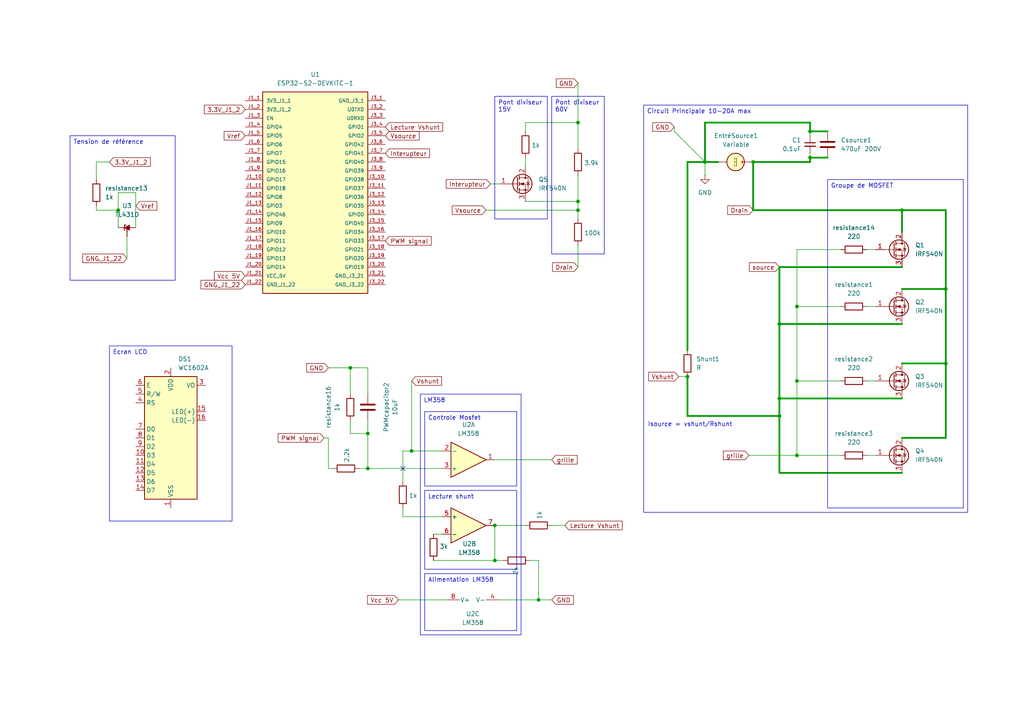
<source format=kicad_sch>
(kicad_sch (version 20250114) (generator "eeschema") (generator_version "9.0")
  (paper "A4")
  (lib_symbols
    (symbol "Amplifier_Operational:LM358" (pin_names (offset 0.127))
      (property "Reference" "U" (at 0 5.08 0))
      (property "Value" "LM358" (at 0 -5.08 0))
      (symbol "LM358_1_1"
        (polyline (pts (xy -5.08 5.08) (xy 5.08 0) (xy -5.08 -5.08) (xy -5.08 5.08)) (stroke (width 0.254)) (fill (type background)))
        (pin input line (at -7.62 2.54 0) (length 2.54) (name "+") (number "3"))
        (pin input line (at -7.62 -2.54 0) (length 2.54) (name "-") (number "2"))
        (pin output line (at 7.62 0 180) (length 2.54) (name "~") (number "1"))
      )
      (symbol "LM358_2_1"
        (polyline (pts (xy -5.08 5.08) (xy 5.08 0) (xy -5.08 -5.08) (xy -5.08 5.08)) (stroke (width 0.254)) (fill (type background)))
        (pin input line (at -7.62 2.54 0) (length 2.54) (name "+") (number "5"))
        (pin input line (at -7.62 -2.54 0) (length 2.54) (name "-") (number "6"))
        (pin output line (at 7.62 0 180) (length 2.54) (name "~") (number "7"))
      )
      (symbol "LM358_3_1"
        (pin power_in line (at -2.54 7.62 270) (length 3.81) (name "V+") (number "8"))
        (pin power_in line (at -2.54 -7.62 90) (length 3.81) (name "V-") (number "4"))
      )
    )
    (symbol "Device:C" (pin_numbers (hide yes)) (pin_names (offset 0.254))
      (property "Reference" "C" (at 0.635 2.54 0))
      (property "Value" "C" (at 0.635 -2.54 0))
      (symbol "C_0_1"
        (polyline (pts (xy -2.032 0.762) (xy 2.032 0.762)) (stroke (width 0.508)))
        (polyline (pts (xy -2.032 -0.762) (xy 2.032 -0.762)) (stroke (width 0.508)))
      )
      (symbol "C_1_1"
        (pin passive line (at 0 3.81 270) (length 2.794) (name "~") (number "1"))
        (pin passive line (at 0 -3.81 90) (length 2.794) (name "~") (number "2"))
      )
    )
    (symbol "Device:C_Small" (pin_numbers (hide yes)) (pin_names (offset 0.254) (hide yes))
      (property "Reference" "C" (at 0.254 1.778 0))
      (property "Value" "C_Small" (at 0.254 -2.032 0))
      (symbol "C_Small_0_1"
        (polyline (pts (xy -1.524 0.508) (xy 1.524 0.508)) (stroke (width 0.3048)))
        (polyline (pts (xy -1.524 -0.508) (xy 1.524 -0.508)) (stroke (width 0.3302)))
      )
      (symbol "C_Small_1_1"
        (pin passive line (at 0 2.54 270) (length 2.032) (name "~") (number "1"))
        (pin passive line (at 0 -2.54 90) (length 2.032) (name "~") (number "2"))
      )
    )
    (symbol "Device:R" (pin_numbers (hide yes)) (pin_names (offset 0))
      (property "Reference" "R" (at 2.032 0 90))
      (property "Value" "R" (at 0 0 90))
      (symbol "R_0_1"
        (rectangle (start -1.016 -2.54) (end 1.016 2.54) (stroke (width 0.254)))
      )
      (symbol "R_1_1"
        (pin passive line (at 0 3.81 270) (length 1.27) (name "~") (number "1"))
        (pin passive line (at 0 -3.81 90) (length 1.27) (name "~") (number "2"))
      )
    )
    (symbol "Display_Character:WC1602A"
      (property "Reference" "DS" (at -5.842 19.05 0))
      (property "Value" "WC1602A" (at 5.334 19.05 0))
      (symbol "WC1602A_1_1"
        (rectangle (start -7.62 17.78) (end 7.62 -17.78) (stroke (width 0.254)) (fill (type background)))
        (pin input line (at -10.16 15.24 0) (length 2.54) (name "E") (number "6"))
        (pin input line (at -10.16 12.7 0) (length 2.54) (name "R/W") (number "5"))
        (pin input line (at -10.16 10.16 0) (length 2.54) (name "RS") (number "4"))
        (pin input line (at -10.16 2.54 0) (length 2.54) (name "D0") (number "7"))
        (pin input line (at -10.16 0 0) (length 2.54) (name "D1") (number "8"))
        (pin input line (at -10.16 -2.54 0) (length 2.54) (name "D2") (number "9"))
        (pin input line (at -10.16 -5.08 0) (length 2.54) (name "D3") (number "10"))
        (pin input line (at -10.16 -7.62 0) (length 2.54) (name "D4") (number "11"))
        (pin input line (at -10.16 -10.16 0) (length 2.54) (name "D5") (number "12"))
        (pin input line (at -10.16 -12.7 0) (length 2.54) (name "D6") (number "13"))
        (pin input line (at -10.16 -15.24 0) (length 2.54) (name "D7") (number "14"))
        (pin power_in line (at 0 20.32 270) (length 2.54) (name "VDD") (number "2"))
        (pin power_in line (at 0 -20.32 90) (length 2.54) (name "VSS") (number "1"))
        (pin input line (at 10.16 15.24 180) (length 2.54) (name "VO") (number "3"))
        (pin power_in line (at 10.16 7.62 180) (length 2.54) (name "LED(+)") (number "15"))
        (pin power_in line (at 10.16 5.08 180) (length 2.54) (name "LED(-)") (number "16"))
      )
    )
    (symbol "ESP32-S2-DEVKITC-1:ESP32-S2-DEVKITC-1" (pin_names (offset 1.016))
      (property "Reference" "U" (at -15.24 31.242 0))
      (property "Value" "ESP32-S2-DEVKITC-1" (at -15.24 -30.48 0))
      (symbol "ESP32-S2-DEVKITC-1_0_0"
        (rectangle (start -15.24 -27.94) (end 15.24 30.48) (stroke (width 0.254)) (fill (type background)))
        (pin power_in line (at -20.32 27.94 0) (length 5.08) (name "3V3_J1_1") (number "J1_1"))
        (pin power_in line (at -20.32 25.4 0) (length 5.08) (name "3V3_J1_2") (number "J1_2"))
        (pin input line (at -20.32 22.86 0) (length 5.08) (name "EN") (number "J1_3"))
        (pin bidirectional line (at -20.32 20.32 0) (length 5.08) (name "GPIO4") (number "J1_4"))
        (pin bidirectional line (at -20.32 17.78 0) (length 5.08) (name "GPIO5") (number "J1_5"))
        (pin bidirectional line (at -20.32 15.24 0) (length 5.08) (name "GPIO6") (number "J1_6"))
        (pin bidirectional line (at -20.32 12.7 0) (length 5.08) (name "GPIO7") (number "J1_7"))
        (pin bidirectional line (at -20.32 10.16 0) (length 5.08) (name "GPIO15") (number "J1_8"))
        (pin bidirectional line (at -20.32 7.62 0) (length 5.08) (name "GPIO16") (number "J1_9"))
        (pin bidirectional line (at -20.32 5.08 0) (length 5.08) (name "GPIO17") (number "J1_10"))
        (pin bidirectional line (at -20.32 2.54 0) (length 5.08) (name "GPIO18") (number "J1_11"))
        (pin bidirectional line (at -20.32 0 0) (length 5.08) (name "GPIO8") (number "J1_12"))
        (pin bidirectional line (at -20.32 -2.54 0) (length 5.08) (name "GPIO3") (number "J1_13"))
        (pin bidirectional line (at -20.32 -5.08 0) (length 5.08) (name "GPIO46") (number "J1_14"))
        (pin bidirectional line (at -20.32 -7.62 0) (length 5.08) (name "GPIO9") (number "J1_15"))
        (pin bidirectional line (at -20.32 -10.16 0) (length 5.08) (name "GPIO10") (number "J1_16"))
        (pin bidirectional line (at -20.32 -12.7 0) (length 5.08) (name "GPIO11") (number "J1_17"))
        (pin bidirectional line (at -20.32 -15.24 0) (length 5.08) (name "GPIO12") (number "J1_18"))
        (pin bidirectional line (at -20.32 -17.78 0) (length 5.08) (name "GPIO13") (number "J1_19"))
        (pin bidirectional line (at -20.32 -20.32 0) (length 5.08) (name "GPIO14") (number "J1_20"))
        (pin power_in line (at -20.32 -22.86 0) (length 5.08) (name "VCC_5V") (number "J1_21"))
        (pin power_in line (at -20.32 -25.4 0) (length 5.08) (name "GND_J1_22") (number "J1_22"))
        (pin power_in line (at 20.32 27.94 180) (length 5.08) (name "GND_J3_1") (number "J3_1"))
        (pin bidirectional line (at 20.32 25.4 180) (length 5.08) (name "U0TXD") (number "J3_2"))
        (pin bidirectional line (at 20.32 22.86 180) (length 5.08) (name "U0RXD") (number "J3_3"))
        (pin bidirectional line (at 20.32 20.32 180) (length 5.08) (name "GPIO1") (number "J3_4"))
        (pin bidirectional line (at 20.32 17.78 180) (length 5.08) (name "GPIO2") (number "J3_5"))
        (pin bidirectional line (at 20.32 15.24 180) (length 5.08) (name "GPIO42") (number "J3_6"))
        (pin bidirectional line (at 20.32 12.7 180) (length 5.08) (name "GPIO41") (number "J3_7"))
        (pin bidirectional line (at 20.32 10.16 180) (length 5.08) (name "GPIO40") (number "J3_8"))
        (pin bidirectional line (at 20.32 7.62 180) (length 5.08) (name "GPIO39") (number "J3_9"))
        (pin bidirectional line (at 20.32 5.08 180) (length 5.08) (name "GPIO38") (number "J3_10"))
        (pin bidirectional line (at 20.32 2.54 180) (length 5.08) (name "GPIO37") (number "J3_11"))
        (pin bidirectional line (at 20.32 0 180) (length 5.08) (name "GPIO36") (number "J3_12"))
        (pin bidirectional line (at 20.32 -2.54 180) (length 5.08) (name "GPIO35") (number "J3_13"))
        (pin bidirectional line (at 20.32 -5.08 180) (length 5.08) (name "GPIO0") (number "J3_14"))
        (pin bidirectional line (at 20.32 -7.62 180) (length 5.08) (name "GPIO45") (number "J3_15"))
        (pin bidirectional line (at 20.32 -10.16 180) (length 5.08) (name "GPIO34") (number "J3_16"))
        (pin bidirectional line (at 20.32 -12.7 180) (length 5.08) (name "GPIO33") (number "J3_17"))
        (pin bidirectional line (at 20.32 -15.24 180) (length 5.08) (name "GPIO21") (number "J3_18"))
        (pin bidirectional line (at 20.32 -17.78 180) (length 5.08) (name "GPIO20") (number "J3_19"))
        (pin bidirectional line (at 20.32 -20.32 180) (length 5.08) (name "GPIO19") (number "J3_20"))
        (pin power_in line (at 20.32 -22.86 180) (length 5.08) (name "GND_J3_21") (number "J3_21"))
        (pin power_in line (at 20.32 -25.4 180) (length 5.08) (name "GND_J3_22") (number "J3_22"))
      )
    )
    (symbol "Reference_Voltage:TL431D" (pin_numbers (hide yes)) (pin_names (hide yes))
      (property "Reference" "U" (at 0 -2.54 0))
      (property "Value" "TL431D" (at 0 -4.445 0))
      (symbol "TL431D_0_1"
        (polyline (pts (xy -1.27 0) (xy 0 0) (xy 1.27 0)))
        (polyline (pts (xy -0.762 -0.762) (xy -0.762 0.762) (xy -0.762 0.762) (xy 0.762 0) (xy -0.762 -0.762)) (fill (type outline)))
        (polyline (pts (xy 0.254 -0.762) (xy 0.762 -0.762) (xy 0.762 0.762) (xy 0.762 0.762)) (stroke (width 0.254)))
      )
      (symbol "TL431D_1_1"
        (polyline (pts (xy 0 1.27) (xy 0 0)))
        (pin passive line (at -2.54 0 0) (length 2.54) (name "A") (number "2"))
        (pin passive line (at -2.54 0 0) (length 2.54) (hide yes) (name "A") (number "3"))
        (pin passive line (at -2.54 0 0) (length 2.54) (hide yes) (name "A") (number "6"))
        (pin passive line (at -2.54 0 0) (length 2.54) (hide yes) (name "A") (number "7"))
        (pin passive line (at 0 2.54 270) (length 2.54) (name "REF") (number "8"))
        (pin passive line (at 2.54 0 180) (length 2.54) (name "K") (number "1"))
      )
    )
    (symbol "Simulation_SPICE:VDC" (pin_numbers (hide yes)) (pin_names (offset 0.0254))
      (property "Reference" "V" (at 2.54 2.54 0))
      (property "Value" "1" (at 2.54 0 0))
      (symbol "VDC_0_0"
        (polyline (pts (xy -1.27 0.254) (xy 1.27 0.254)))
        (polyline (pts (xy -0.762 -0.254) (xy -1.27 -0.254)))
        (polyline (pts (xy 0.254 -0.254) (xy -0.254 -0.254)))
        (polyline (pts (xy 1.27 -0.254) (xy 0.762 -0.254)))
        (text "+" (at 0 1.905 0) (effects (font (size 1.27 1.27))))
      )
      (symbol "VDC_0_1"
        (circle (center 0 0) (radius 2.54) (stroke (width 0.254)) (fill (type background)))
      )
      (symbol "VDC_1_1"
        (pin passive line (at 0 5.08 270) (length 2.54) (name "~") (number "1"))
        (pin passive line (at 0 -5.08 90) (length 2.54) (name "~") (number "2"))
      )
    )
    (symbol "Transistor_FET:IRF540N" (pin_names (hide yes))
      (property "Reference" "Q" (at 5.08 1.905 0))
      (property "Value" "IRF540N" (at 5.08 0 0))
      (symbol "IRF540N_0_1"
        (polyline (pts (xy 0.254 1.905) (xy 0.254 -1.905)) (stroke (width 0.254)))
        (polyline (pts (xy 0.254 0) (xy -2.54 0)))
        (polyline (pts (xy 0.762 2.286) (xy 0.762 1.27)) (stroke (width 0.254)))
        (polyline (pts (xy 0.762 0.508) (xy 0.762 -0.508)) (stroke (width 0.254)))
        (polyline (pts (xy 0.762 -1.27) (xy 0.762 -2.286)) (stroke (width 0.254)))
        (polyline (pts (xy 0.762 -1.778) (xy 3.302 -1.778) (xy 3.302 1.778) (xy 0.762 1.778)))
        (polyline (pts (xy 1.016 0) (xy 2.032 0.381) (xy 2.032 -0.381) (xy 1.016 0)) (fill (type outline)))
        (circle (center 1.651 0) (radius 2.794) (stroke (width 0.254)))
        (polyline (pts (xy 2.54 2.54) (xy 2.54 1.778)))
        (circle (center 2.54 1.778) (radius 0.254) (fill (type outline)))
        (circle (center 2.54 -1.778) (radius 0.254) (fill (type outline)))
        (polyline (pts (xy 2.54 -2.54) (xy 2.54 0) (xy 0.762 0)))
        (polyline (pts (xy 2.794 0.508) (xy 2.921 0.381) (xy 3.683 0.381) (xy 3.81 0.254)))
        (polyline (pts (xy 3.302 0.381) (xy 2.921 -0.254) (xy 3.683 -0.254) (xy 3.302 0.381)))
      )
      (symbol "IRF540N_1_1"
        (pin input line (at -5.08 0 0) (length 2.54) (name "G") (number "1"))
        (pin passive line (at 2.54 5.08 270) (length 2.54) (name "D") (number "2"))
        (pin passive line (at 2.54 -5.08 90) (length 2.54) (name "S") (number "3"))
      )
    )
    (symbol "power:GND" (power) (pin_numbers (hide yes)) (pin_names (offset 0) (hide yes))
      (property "Value" "GND" (at 0 -3.81 0))
      (symbol "GND_0_1"
        (polyline (pts (xy 0 0) (xy 0 -1.27) (xy 1.27 -1.27) (xy 0 -2.54) (xy -1.27 -1.27) (xy 0 -1.27)))
      )
      (symbol "GND_1_1"
        (pin power_in line (at 0 0 270) (length 0) (name "~") (number "1"))
      )
    )
  )
  (text "Isource = vshunt/Rshunt" (at 200.152 123.19 0) (effects (font (size 1.27 1.27))))
  (text_box "Circuit Principale 10-20A max " (at 186.69 30.48 0) (size 93.98 118.11) (margins 0.9525 0.9525 0.9525 0.9525) (effects (font (size 1.27 1.27)) (justify left top)))
  (text_box "Alimentation LM358" (at 123.19 166.37 0) (size 26.67 16.51) (margins 0.9525 0.9525 0.9525 0.9525) (effects (font (size 1.27 1.27)) (justify left top)))
  (text_box "Ecran LCD" (at 31.75 100.33 0) (size 35.56 50.8) (margins 0.9525 0.9525 0.9525 0.9525) (effects (font (size 1.27 1.27)) (justify left top)))
  (text_box "Pont diviseur 60V" (at 160.02 27.94 0) (size 15.24 45.72) (margins 0.9525 0.9525 0.9525 0.9525) (effects (font (size 1.27 1.27)) (justify left top)))
  (text_box "Groupe de MOSFET" (at 240.03 52.07 0) (size 39.37 95.25) (margins 0.9525 0.9525 0.9525 0.9525) (effects (font (size 1.27 1.27)) (justify left top)))
  (text_box "Controle Mosfet" (at 123.19 119.38 0) (size 26.67 21.59) (margins 0.9525 0.9525 0.9525 0.9525) (effects (font (size 1.27 1.27)) (justify left top)))
  (text_box "Pont diviseur 15V" (at 143.51 27.94 0) (size 15.24 35.56) (margins 0.9525 0.9525 0.9525 0.9525) (effects (font (size 1.27 1.27)) (justify left top)))
  (text_box "Lecture shunt" (at 123.19 142.24 0) (size 26.67 22.86) (margins 0.9525 0.9525 0.9525 0.9525) (effects (font (size 1.27 1.27)) (justify left top)))
  (text_box "Tension de référence" (at 20.32 39.37 0) (size 30.48 41.91) (margins 0.9525 0.9525 0.9525 0.9525) (effects (font (size 1.27 1.27)) (justify left top)))
  (text_box "LM358" (at 121.92 114.3 0) (size 29.21 69.85) (margins 0.9525 0.9525 0.9525 0.9525) (effects (font (size 1.27 1.27)) (justify left top)))
  (junction (at 143.51 152.4))
  (junction (at 204.47 46.99))
  (junction (at 234.95 38.1))
  (junction (at 226.06 93.98))
  (junction (at 199.39 109.22))
  (junction (at 261.62 60.96))
  (junction (at 231.14 132.08))
  (junction (at 167.64 60.96))
  (junction (at 218.44 46.99))
  (junction (at 34.29 60.96))
  (junction (at 167.64 35.56))
  (junction (at 234.95 45.72))
  (junction (at 156.21 173.99))
  (junction (at 274.32 83.82))
  (junction (at 226.06 120.65))
  (junction (at 143.51 162.56))
  (junction (at 167.64 58.42))
  (junction (at 231.14 110.49))
  (junction (at 231.14 88.9))
  (junction (at 226.06 115.57))
  (junction (at 106.68 135.89))
  (junction (at 119.38 130.81))
  (junction (at 101.6 106.68))
  (junction (at 274.32 105.41))
  (junction (at 106.68 125.73))
  (no_connect (at 116.84 135.89))
  (wire (pts (xy 39.37 66.04) (xy 39.37 55.88)))
  (wire (pts (xy 152.4 35.56) (xy 152.4 38.1)))
  (wire (pts (xy 261.62 83.82) (xy 274.32 83.82)) (stroke (width 0.508)))
  (wire (pts (xy 231.14 110.49) (xy 231.14 132.08)))
  (wire (pts (xy 125.73 162.56) (xy 143.51 162.56)))
  (wire (pts (xy 140.97 60.96) (xy 167.64 60.96)))
  (wire (pts (xy 231.14 88.9) (xy 243.84 88.9)))
  (wire (pts (xy 116.84 149.86) (xy 128.27 149.86)))
  (wire (pts (xy 217.17 132.08) (xy 231.14 132.08)))
  (wire (pts (xy 226.06 77.47) (xy 261.62 77.47)) (stroke (width 0.508)))
  (wire (pts (xy 167.64 60.96) (xy 167.64 63.5)))
  (wire (pts (xy 144.78 173.99) (xy 156.21 173.99)))
  (wire (pts (xy 116.84 130.81) (xy 116.84 139.7)))
  (wire (pts (xy 125.73 154.94) (xy 128.27 154.94)))
  (wire (pts (xy 152.4 35.56) (xy 167.64 35.56)))
  (wire (pts (xy 274.32 83.82) (xy 274.32 105.41)) (stroke (width 0.508)))
  (wire (pts (xy 95.25 127) (xy 95.25 135.89)))
  (wire (pts (xy 251.46 88.9) (xy 254 88.9)))
  (wire (pts (xy 31.75 46.99) (xy 27.94 46.99)))
  (wire (pts (xy 142.24 53.34) (xy 144.78 53.34)))
  (wire (pts (xy 199.39 120.65) (xy 226.06 120.65)) (stroke (width 0.508)))
  (wire (pts (xy 106.68 121.92) (xy 106.68 125.73)))
  (wire (pts (xy 152.4 58.42) (xy 167.64 58.42)))
  (wire (pts (xy 231.14 88.9) (xy 231.14 110.49)))
  (wire (pts (xy 199.39 46.99) (xy 199.39 101.6)) (stroke (width 0.508)))
  (wire (pts (xy 231.14 110.49) (xy 243.84 110.49)))
  (wire (pts (xy 274.32 60.96) (xy 274.32 83.82)) (stroke (width 0.508)))
  (wire (pts (xy 274.32 105.41) (xy 274.32 127)) (stroke (width 0.508)))
  (wire (pts (xy 27.94 59.69) (xy 27.94 60.96)))
  (wire (pts (xy 104.14 135.89) (xy 106.68 135.89)))
  (wire (pts (xy 234.95 44.45) (xy 234.95 45.72)))
  (wire (pts (xy 195.58 38.1) (xy 204.47 46.99)))
  (wire (pts (xy 153.67 162.56) (xy 156.21 162.56)))
  (wire (pts (xy 199.39 46.99) (xy 204.47 46.99)) (stroke (width 0.508)))
  (wire (pts (xy 36.83 68.58) (xy 36.83 74.93)))
  (wire (pts (xy 160.02 133.35) (xy 143.51 133.35)))
  (wire (pts (xy 226.06 93.98) (xy 226.06 115.57)) (stroke (width 0.508)))
  (wire (pts (xy 106.68 135.89) (xy 128.27 135.89)))
  (wire (pts (xy 119.38 130.81) (xy 128.27 130.81)))
  (wire (pts (xy 226.06 115.57) (xy 226.06 120.65)) (stroke (width 0.508)))
  (wire (pts (xy 95.25 135.89) (xy 96.52 135.89)))
  (wire (pts (xy 27.94 60.96) (xy 34.29 60.96)))
  (wire (pts (xy 167.64 24.13) (xy 167.64 35.56)))
  (wire (pts (xy 274.32 127) (xy 261.62 127)) (stroke (width 0.508)))
  (wire (pts (xy 261.62 105.41) (xy 274.32 105.41)) (stroke (width 0.508)))
  (wire (pts (xy 231.14 72.39) (xy 231.14 88.9)))
  (wire (pts (xy 234.95 38.1) (xy 234.95 39.37)))
  (wire (pts (xy 208.28 46.99) (xy 204.47 46.99)) (stroke (width 0.508)))
  (wire (pts (xy 204.47 35.56) (xy 234.95 35.56)) (stroke (width 0.508)))
  (wire (pts (xy 199.39 109.22) (xy 199.39 120.65)) (stroke (width 0.508)))
  (wire (pts (xy 167.64 71.12) (xy 167.64 77.47)))
  (wire (pts (xy 143.51 152.4) (xy 152.4 152.4)))
  (wire (pts (xy 167.64 35.56) (xy 167.64 43.18)))
  (wire (pts (xy 101.6 121.92) (xy 101.6 125.73)))
  (wire (pts (xy 34.29 55.88) (xy 34.29 60.96)))
  (wire (pts (xy 101.6 106.68) (xy 101.6 114.3)))
  (wire (pts (xy 116.84 130.81) (xy 119.38 130.81)))
  (wire (pts (xy 195.58 36.83) (xy 195.58 38.1)))
  (wire (pts (xy 101.6 106.68) (xy 106.68 106.68)))
  (wire (pts (xy 115.57 173.99) (xy 129.54 173.99)))
  (wire (pts (xy 95.25 106.68) (xy 101.6 106.68)))
  (wire (pts (xy 156.21 162.56) (xy 156.21 173.99)))
  (wire (pts (xy 218.44 60.96) (xy 261.62 60.96)) (stroke (width 0.508)))
  (wire (pts (xy 231.14 132.08) (xy 243.84 132.08)))
  (wire (pts (xy 116.84 147.32) (xy 116.84 149.86)))
  (wire (pts (xy 251.46 72.39) (xy 254 72.39)))
  (wire (pts (xy 143.51 162.56) (xy 146.05 162.56)))
  (wire (pts (xy 234.95 45.72) (xy 240.03 45.72)) (stroke (width 0.508)))
  (wire (pts (xy 196.85 109.22) (xy 199.39 109.22)))
  (wire (pts (xy 156.21 173.99) (xy 160.02 173.99)))
  (wire (pts (xy 27.94 46.99) (xy 27.94 52.07)))
  (wire (pts (xy 218.44 46.99) (xy 218.44 60.96)) (stroke (width 0.508)))
  (wire (pts (xy 251.46 132.08) (xy 254 132.08)))
  (wire (pts (xy 226.06 115.57) (xy 261.62 115.57)) (stroke (width 0.508)))
  (wire (pts (xy 167.64 50.8) (xy 167.64 58.42)))
  (wire (pts (xy 251.46 110.49) (xy 254 110.49)))
  (wire (pts (xy 204.47 35.56) (xy 204.47 46.99)) (stroke (width 0.508)))
  (wire (pts (xy 39.37 55.88) (xy 34.29 55.88)))
  (wire (pts (xy 218.44 46.99) (xy 234.95 46.99)) (stroke (width 0.508)))
  (wire (pts (xy 143.51 152.4) (xy 143.51 162.56)))
  (wire (pts (xy 101.6 125.73) (xy 106.68 125.73)))
  (wire (pts (xy 167.64 58.42) (xy 167.64 60.96)))
  (wire (pts (xy 234.95 35.56) (xy 234.95 38.1)) (stroke (width 0.508)))
  (wire (pts (xy 106.68 106.68) (xy 106.68 114.3)))
  (wire (pts (xy 226.06 77.47) (xy 226.06 93.98)) (stroke (width 0.508)))
  (wire (pts (xy 261.62 60.96) (xy 261.62 67.31)) (stroke (width 0.508)))
  (wire (pts (xy 234.95 46.99) (xy 234.95 45.72)) (stroke (width 0.508)))
  (wire (pts (xy 231.14 72.39) (xy 243.84 72.39)))
  (wire (pts (xy 163.83 152.4) (xy 160.02 152.4)))
  (wire (pts (xy 226.06 137.16) (xy 261.62 137.16)) (stroke (width 0.508)))
  (wire (pts (xy 226.06 93.98) (xy 261.62 93.98)) (stroke (width 0.508)))
  (wire (pts (xy 204.47 46.99) (xy 204.47 50.8)))
  (wire (pts (xy 274.32 60.96) (xy 261.62 60.96)) (stroke (width 0.508)))
  (wire (pts (xy 152.4 45.72) (xy 152.4 48.26)))
  (wire (pts (xy 93.98 127) (xy 95.25 127)))
  (wire (pts (xy 234.95 38.1) (xy 240.03 38.1)) (stroke (width 0.508)))
  (wire (pts (xy 226.06 120.65) (xy 226.06 137.16)) (stroke (width 0.508)))
  (wire (pts (xy 119.38 110.49) (xy 119.38 130.81)))
  (wire (pts (xy 34.29 60.96) (xy 34.29 66.04)))
  (wire (pts (xy 106.68 125.73) (xy 106.68 135.89)))
  (global_label "Vref" (shape input) (at 71.12 39.37 180) (property "Intersheetrefs" "${INTERSHEET_REFS}" (effects (hide yes))))
  (global_label "PWM signal" (shape input) (at 93.98 127 180) (property "Intersheetrefs" "${INTERSHEET_REFS}" (effects (hide yes))))
  (global_label "PWM signal" (shape input) (at 111.76 69.85 0) (property "Intersheetrefs" "${INTERSHEET_REFS}" (effects (hide yes))))
  (global_label "Vcc 5V" (shape input) (at 71.12 80.01 180) (property "Intersheetrefs" "${INTERSHEET_REFS}" (effects (hide yes))))
  (global_label "Drain" (shape input) (at 167.64 77.47 180) (property "Intersheetrefs" "${INTERSHEET_REFS}" (effects (hide yes))))
  (global_label "Vshunt" (shape input) (at 196.85 109.22 180) (property "Intersheetrefs" "${INTERSHEET_REFS}" (effects (hide yes))))
  (global_label "3.3V_J1_2" (shape input) (at 31.75 46.99 0) (property "Intersheetrefs" "${INTERSHEET_REFS}" (effects (hide yes))))
  (global_label "Interupteur" (shape input) (at 142.24 53.34 180) (property "Intersheetrefs" "${INTERSHEET_REFS}" (effects (hide yes))))
  (global_label "grille" (shape input) (at 217.17 132.08 180) (property "Intersheetrefs" "${INTERSHEET_REFS}" (effects (hide yes))))
  (global_label "GNG_J1_22" (shape input) (at 36.83 74.93 180) (property "Intersheetrefs" "${INTERSHEET_REFS}" (effects (hide yes))))
  (global_label "grille" (shape input) (at 160.02 133.35 0) (property "Intersheetrefs" "${INTERSHEET_REFS}" (effects (hide yes))))
  (global_label "Lecture Vshunt" (shape input) (at 163.83 152.4 0) (property "Intersheetrefs" "${INTERSHEET_REFS}" (effects (hide yes))))
  (global_label "Vref" (shape input) (at 39.37 59.69 0) (property "Intersheetrefs" "${INTERSHEET_REFS}" (effects (hide yes))))
  (global_label "GND" (shape input) (at 95.25 106.68 180) (property "Intersheetrefs" "${INTERSHEET_REFS}" (effects (hide yes))))
  (global_label "Drain" (shape input) (at 218.44 60.96 180) (property "Intersheetrefs" "${INTERSHEET_REFS}" (effects (hide yes))))
  (global_label "GND" (shape input) (at 167.64 24.13 180) (property "Intersheetrefs" "${INTERSHEET_REFS}" (effects (hide yes))))
  (global_label "Vsource" (shape input) (at 111.76 39.37 0) (property "Intersheetrefs" "${INTERSHEET_REFS}" (effects (hide yes))))
  (global_label "Vsource" (shape input) (at 140.97 60.96 180) (property "Intersheetrefs" "${INTERSHEET_REFS}" (effects (hide yes))))
  (global_label "Vshunt" (shape input) (at 119.38 110.49 0) (property "Intersheetrefs" "${INTERSHEET_REFS}" (effects (hide yes))))
  (global_label "Vcc 5V" (shape input) (at 115.57 173.99 180) (property "Intersheetrefs" "${INTERSHEET_REFS}" (effects (hide yes))))
  (global_label "Lecture Vshunt" (shape input) (at 111.76 36.83 0) (property "Intersheetrefs" "${INTERSHEET_REFS}" (effects (hide yes))))
  (global_label "GND" (shape input) (at 195.58 36.83 180) (property "Intersheetrefs" "${INTERSHEET_REFS}" (effects (hide yes))))
  (global_label "GNG_J1_22" (shape input) (at 71.12 82.55 180) (property "Intersheetrefs" "${INTERSHEET_REFS}" (effects (hide yes))))
  (global_label "GND" (shape input) (at 160.02 173.99 0) (property "Intersheetrefs" "${INTERSHEET_REFS}" (effects (hide yes))))
  (global_label "Interupteur" (shape input) (at 111.76 44.45 0) (property "Intersheetrefs" "${INTERSHEET_REFS}" (effects (hide yes))))
  (global_label "3.3V_J1_2" (shape input) (at 71.12 31.75 180) (property "Intersheetrefs" "${INTERSHEET_REFS}" (effects (hide yes))))
  (global_label "source" (shape input) (at 226.06 77.47 180) (property "Intersheetrefs" "${INTERSHEET_REFS}" (effects (hide yes))))
  (symbol (lib_id "Device:R") (at 247.65 110.49 90) (unit 1)
    (property "Reference" "resistance2" (at 247.65 104.14 90))
    (property "Value" "220" (at 247.65 106.68 90))
    (property "Description" "Resistor" (effects (hide yes)))
  )
  (symbol (lib_id "Device:R") (at 247.65 88.9 90) (unit 1)
    (property "Reference" "resistance1" (at 247.65 82.55 90))
    (property "Value" "220" (at 247.65 85.09 90))
    (property "Description" "Resistor" (effects (hide yes)))
  )
  (symbol (lib_id "Amplifier_Operational:LM358") (at 135.89 152.4 0) (unit 2)
    (property "Reference" "U2" (at 136.144 157.734 0))
    (property "Value" "LM358" (at 136.144 160.274 0))
    (property "Datasheet" "http://www.ti.com/lit/ds/symlink/lm2904-n.pdf" (effects (hide yes)))
    (property "Description" "Low-Power, Dual Operational Amplifiers, DIP-8/SOIC-8/TO-99-8" (effects (hide yes)))
  )
  (symbol (lib_id "Device:C_Small") (at 234.95 41.91 0) (mirror y) (unit 1)
    (property "Reference" "C1" (at 232.41 40.6462 0) (effects (justify left)))
    (property "Value" "0.1uF" (at 232.41 43.1862 0) (effects (justify left)))
    (property "Description" "Unpolarized capacitor, small symbol" (effects (hide yes)))
  )
  (symbol (lib_id "power:GND") (at 204.47 50.8 0) (unit 1)
    (property "Reference" "#PWR01" (effects (hide yes)))
    (property "Value" "GND" (at 204.47 55.88 0))
    (property "Description" "Power symbol creates a global label with name \"GND\" , ground" (effects (hide yes)))
  )
  (symbol (lib_id "Device:R") (at 167.64 67.31 0) (unit 1)
    (property "Reference" "resistance7" (effects (hide yes)))
    (property "Value" "100k" (at 169.418 67.564 0) (effects (justify left)))
    (property "Description" "Resistor" (effects (hide yes)))
  )
  (symbol (lib_id "Device:R") (at 116.84 143.51 0) (unit 1)
    (property "Reference" "resistance6" (effects (hide yes)))
    (property "Value" "1k" (at 118.618 143.764 0) (effects (justify left)))
    (property "Description" "Resistor" (effects (hide yes)))
  )
  (symbol (lib_id "Device:C") (at 106.68 118.11 180) (unit 1)
    (property "Reference" "PWMcapacitor2" (at 112.014 118.11 90))
    (property "Value" "10uF" (at 114.554 118.11 90))
    (property "Description" "Unpolarized capacitor" (effects (hide yes)))
  )
  (symbol (lib_id "Transistor_FET:IRF540N") (at 259.08 88.9 0) (unit 1)
    (property "Reference" "Q2" (at 265.43 87.6299 0) (effects (justify left)))
    (property "Value" "IRF540N" (at 265.43 90.1699 0) (effects (justify left)))
    (property "Footprint" "Package_TO_SOT_THT:TO-220-3_Vertical" (effects (hide yes)))
    (property "Datasheet" "http://www.irf.com/product-info/datasheets/data/irf540n.pdf" (effects (hide yes)))
    (property "Description" "33A Id, 100V Vds, HEXFET N-Channel MOSFET, TO-220" (effects (hide yes)))
  )
  (symbol (lib_id "Transistor_FET:IRF540N") (at 149.86 53.34 0) (unit 1)
    (property "Reference" "Q5" (at 156.21 52.0699 0) (effects (justify left)))
    (property "Value" "IRF540N" (at 156.21 54.6099 0) (effects (justify left)))
    (property "Footprint" "Package_TO_SOT_THT:TO-220-3_Vertical" (effects (hide yes)))
    (property "Datasheet" "http://www.irf.com/product-info/datasheets/data/irf540n.pdf" (effects (hide yes)))
    (property "Description" "33A Id, 100V Vds, HEXFET N-Channel MOSFET, TO-220" (effects (hide yes)))
  )
  (symbol (lib_id "Device:R") (at 152.4 41.91 0) (unit 1)
    (property "Reference" "resistance5" (effects (hide yes)))
    (property "Value" "1k" (at 154.178 42.164 0) (effects (justify left)))
    (property "Description" "Resistor" (effects (hide yes)))
  )
  (symbol (lib_id "Simulation_SPICE:VDC") (at 213.36 46.99 270) (unit 1)
    (property "Reference" "EntréSource1" (at 213.4898 39.37 90))
    (property "Value" "Variable" (at 213.4898 41.91 90))
    (property "Datasheet" "https://ngspice.sourceforge.io/docs/ngspice-html-manual/manual.xhtml#sec_Independent_Sources_for" (effects (hide yes)))
    (property "Description" "Voltage source, DC" (effects (hide yes)))
    (property "Sim.Pins" "1=+ 2=-" (effects (hide yes)))
    (property "Sim.Type" "DC" (effects (hide yes)))
    (property "Sim.Device" "V" (effects (hide yes)))
  )
  (symbol (lib_id "Device:R") (at 167.64 46.99 0) (unit 1)
    (property "Reference" "resistance4" (effects (hide yes)))
    (property "Value" "3.9k" (at 169.418 47.244 0) (effects (justify left)))
    (property "Description" "Resistor" (effects (hide yes)))
  )
  (symbol (lib_id "Device:R") (at 199.39 105.41 0) (unit 1)
    (property "Reference" "Shunt1" (at 201.93 104.1399 0) (effects (justify left)))
    (property "Value" "R" (at 201.93 106.6799 0) (effects (justify left)))
    (property "Description" "Resistor" (effects (hide yes)))
  )
  (symbol (lib_id "Device:R") (at 125.73 158.75 0) (mirror x) (unit 1)
    (property "Reference" "resistance8" (effects (hide yes)))
    (property "Value" "3k" (at 127.508 158.496 0) (effects (justify left)))
    (property "Description" "Resistor" (effects (hide yes)))
  )
  (symbol (lib_id "Device:R") (at 101.6 118.11 180) (unit 1)
    (property "Reference" "resistance16" (at 95.25 118.11 90))
    (property "Value" "1k" (at 97.79 118.11 90))
    (property "Description" "Resistor" (effects (hide yes)))
  )
  (symbol (lib_id "Device:R") (at 27.94 55.88 0) (unit 1)
    (property "Reference" "resistance13" (at 30.48 54.6099 0) (effects (justify left)))
    (property "Value" "1k" (at 30.48 57.1499 0) (effects (justify left)))
    (property "Description" "Resistor" (effects (hide yes)))
  )
  (symbol (lib_id "Device:R") (at 100.33 135.89 90) (unit 1)
    (property "Reference" "resistance15" (effects (hide yes)))
    (property "Value" "2.2k" (at 100.584 134.112 0) (effects (justify left)))
    (property "Description" "Resistor" (effects (hide yes)))
  )
  (symbol (lib_id "Device:R") (at 149.86 162.56 270) (unit 1)
    (property "Reference" "resistance9" (effects (hide yes)))
    (property "Value" "2k" (at 149.606 164.338 0) (effects (justify left)))
    (property "Description" "Resistor" (effects (hide yes)))
  )
  (symbol (lib_id "Transistor_FET:IRF540N") (at 259.08 72.39 0) (unit 1)
    (property "Reference" "Q1" (at 265.43 71.1199 0) (effects (justify left)))
    (property "Value" "IRF540N" (at 265.43 73.6599 0) (effects (justify left)))
    (property "Footprint" "Package_TO_SOT_THT:TO-220-3_Vertical" (effects (hide yes)))
    (property "Datasheet" "http://www.irf.com/product-info/datasheets/data/irf540n.pdf" (effects (hide yes)))
    (property "Description" "33A Id, 100V Vds, HEXFET N-Channel MOSFET, TO-220" (effects (hide yes)))
  )
  (symbol (lib_id "Device:R") (at 247.65 72.39 90) (unit 1)
    (property "Reference" "resistance14" (at 247.65 66.04 90))
    (property "Value" "220" (at 247.65 68.58 90))
    (property "Description" "Resistor" (effects (hide yes)))
  )
  (symbol (lib_id "Display_Character:WC1602A") (at 49.53 127 0) (unit 1)
    (property "Reference" "DS1" (at 51.6733 104.14 0) (effects (justify left)))
    (property "Value" "WC1602A" (at 51.6733 106.68 0) (effects (justify left)))
    (property "Footprint" "Display:WC1602A" (effects (hide yes)))
    (property "Datasheet" "http://www.wincomlcd.com/pdf/WC1602A-SFYLYHTC06.pdf" (effects (hide yes)))
    (property "Description" "LCD 16x2 Alphanumeric , 8 bit parallel bus, 5V VDD" (effects (hide yes)))
  )
  (symbol (lib_id "Device:R") (at 156.21 152.4 90) (unit 1)
    (property "Reference" "resistance11" (effects (hide yes)))
    (property "Value" "1k" (at 156.464 150.622 0) (effects (justify left)))
    (property "Description" "Resistor" (effects (hide yes)))
  )
  (symbol (lib_id "Transistor_FET:IRF540N") (at 259.08 132.08 0) (unit 1)
    (property "Reference" "Q4" (at 265.43 130.8099 0) (effects (justify left)))
    (property "Value" "IRF540N" (at 265.43 133.3499 0) (effects (justify left)))
    (property "Footprint" "Package_TO_SOT_THT:TO-220-3_Vertical" (effects (hide yes)))
    (property "Datasheet" "http://www.irf.com/product-info/datasheets/data/irf540n.pdf" (effects (hide yes)))
    (property "Description" "33A Id, 100V Vds, HEXFET N-Channel MOSFET, TO-220" (effects (hide yes)))
  )
  (symbol (lib_id "Device:C") (at 240.03 41.91 0) (unit 1)
    (property "Reference" "Csource1" (at 243.84 40.6399 0) (effects (justify left)))
    (property "Value" "470uF 200V" (at 243.84 43.1799 0) (effects (justify left)))
    (property "Description" "Unpolarized capacitor" (effects (hide yes)))
  )
  (symbol (lib_id "Device:R") (at 247.65 132.08 90) (unit 1)
    (property "Reference" "resistance3" (at 247.65 125.73 90))
    (property "Value" "220" (at 247.65 128.27 90))
    (property "Description" "Resistor" (effects (hide yes)))
  )
  (symbol (lib_id "Transistor_FET:IRF540N") (at 259.08 110.49 0) (unit 1)
    (property "Reference" "Q3" (at 265.43 109.2199 0) (effects (justify left)))
    (property "Value" "IRF540N" (at 265.43 111.7599 0) (effects (justify left)))
    (property "Footprint" "Package_TO_SOT_THT:TO-220-3_Vertical" (effects (hide yes)))
    (property "Datasheet" "http://www.irf.com/product-info/datasheets/data/irf540n.pdf" (effects (hide yes)))
    (property "Description" "33A Id, 100V Vds, HEXFET N-Channel MOSFET, TO-220" (effects (hide yes)))
  )
  (symbol (lib_id "Reference_Voltage:TL431D") (at 36.83 66.04 180) (unit 1)
    (property "Reference" "U3" (at 36.83 59.69 0))
    (property "Value" "TL431D" (at 36.83 62.23 0))
    (property "Footprint" "Package_SO:SOIC-8_3.9x4.9mm_P1.27mm" (effects (hide yes)))
    (property "Datasheet" "http://www.ti.com/lit/ds/symlink/tl431.pdf" (effects (hide yes)))
    (property "Description" "Shunt Regulator, SO-8" (effects (hide yes)))
  )
  (symbol (lib_id "Amplifier_Operational:LM358") (at 137.16 176.53 90) (mirror x) (unit 3)
    (property "Reference" "U2" (at 137.16 178.054 90))
    (property "Value" "LM358" (at 137.16 180.594 90))
    (property "Datasheet" "http://www.ti.com/lit/ds/symlink/lm2904-n.pdf" (effects (hide yes)))
    (property "Description" "Low-Power, Dual Operational Amplifiers, DIP-8/SOIC-8/TO-99-8" (effects (hide yes)))
  )
  (symbol (lib_id "Amplifier_Operational:LM358") (at 135.89 133.35 0) (mirror x) (unit 1)
    (property "Reference" "U2" (at 135.89 123.19 0))
    (property "Value" "LM358" (at 135.89 125.73 0))
    (property "Datasheet" "http://www.ti.com/lit/ds/symlink/lm2904-n.pdf" (effects (hide yes)))
    (property "Description" "Low-Power, Dual Operational Amplifiers, DIP-8/SOIC-8/TO-99-8" (effects (hide yes)))
  )
  (symbol (lib_id "ESP32-S2-DEVKITC-1:ESP32-S2-DEVKITC-1") (at 91.44 57.15 0) (unit 1)
    (property "Reference" "U1" (at 91.44 21.59 0))
    (property "Value" "ESP32-S2-DEVKITC-1" (at 91.44 24.13 0))
    (property "Footprint" "ESP32-S2-DEVKITC-1:MODULE_ESP32-S2-DEVKITC-1" (effects (hide yes)))
    (property "MF" "Espressif Systems" (effects (hide yes)))
    (property "Description_1" "ESP32-S2 ESP32-S Transceiver; 802.11 b/g/n (Wi-Fi, WiFi, WLAN) 2.4GHz Evaluation Board" (effects (hide yes)))
    (property "Package" "None" (effects (hide yes)))
    (property "Price" "None" (effects (hide yes)))
    (property "Check_prices" "https://www.snapeda.com/parts/ESP32-S2-DEVKITC-1/Espressif+Systems/view-part/?ref=eda" (effects (hide yes)))
    (property "STANDARD" "Manufacturer Recommendations" (effects (hide yes)))
    (property "PARTREV" "1.0" (effects (hide yes)))
    (property "SnapEDA_Link" "https://www.snapeda.com/parts/ESP32-S2-DEVKITC-1/Espressif+Systems/view-part/?ref=snap" (effects (hide yes)))
    (property "MP" "ESP32-S2-DEVKITC-1" (effects (hide yes)))
    (property "Availability" "In Stock" (effects (hide yes)))
    (property "MANUFACTURER" "Espressif Systems" (effects (hide yes)))
  )
)
</source>
